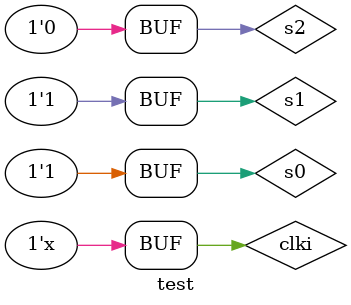
<source format=v>
`timescale 1ns / 1ps


module test;

	// Inputs
	reg s0;
	reg s1;
	reg s2;
	reg clki;

	// Outputs
	wire clko;
	wire stb;
	wire dio;

	// Instantiate the Unit Under Test (UUT)
	TOP uut (
		.s0(s0), 
		.s1(s1), 
		.s2(s2), 
		.clki(clki), 
		.clko(clko), 
		.stb(stb), 
		.dio(dio)
	);
always
begin
#10;clki=~clki;
end
	initial begin
		// Initialize Inputs
		s0 = 0;
		s1 = 0;
		s2 = 0;
		clki = 0;

		// Wait 100 ns for global reset to finish
		#2000;
		s0 = 1;
		s2 = 1;
		#2000;
		s1 = 1;
		s2 = 0;
		#2000;
        
		// Add stimulus here

	end
      
endmodule


</source>
